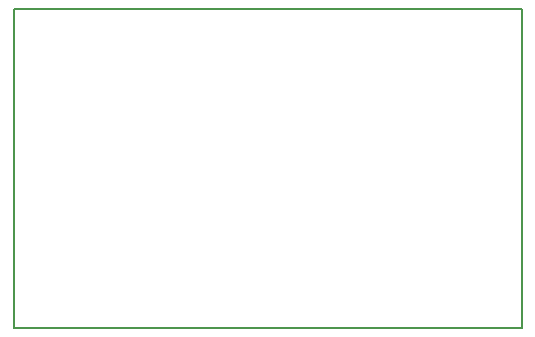
<source format=gbr>
G04 #@! TF.GenerationSoftware,KiCad,Pcbnew,5.1.4*
G04 #@! TF.CreationDate,2019-10-17T13:07:55+02:00*
G04 #@! TF.ProjectId,vrlaCharger,76726c61-4368-4617-9267-65722e6b6963,rev?*
G04 #@! TF.SameCoordinates,Original*
G04 #@! TF.FileFunction,Profile,NP*
%FSLAX46Y46*%
G04 Gerber Fmt 4.6, Leading zero omitted, Abs format (unit mm)*
G04 Created by KiCad (PCBNEW 5.1.4) date 2019-10-17 13:07:55*
%MOMM*%
%LPD*%
G04 APERTURE LIST*
%ADD10C,0.150000*%
G04 APERTURE END LIST*
D10*
X55000000Y-112000000D02*
X55000000Y-139000000D01*
X98000000Y-112000000D02*
X55000000Y-112000000D01*
X98000000Y-139000000D02*
X98000000Y-112000000D01*
X55000000Y-139000000D02*
X98000000Y-139000000D01*
M02*

</source>
